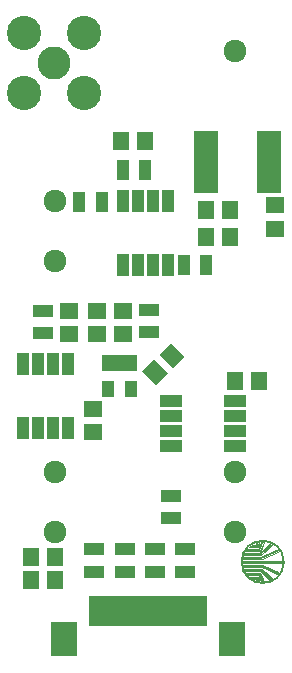
<source format=gts>
G04 #@! TF.GenerationSoftware,KiCad,Pcbnew,(2017-06-25 revision 6a3c1720b)-makepkg*
G04 #@! TF.CreationDate,2017-08-03T12:33:03-04:00*
G04 #@! TF.ProjectId,pmt-transimpedance-amplifier_small_con,706D742D7472616E73696D706564616E,rev?*
G04 #@! TF.SameCoordinates,Original
G04 #@! TF.FileFunction,Soldermask,Top*
G04 #@! TF.FilePolarity,Negative*
%FSLAX46Y46*%
G04 Gerber Fmt 4.6, Leading zero omitted, Abs format (unit mm)*
G04 Created by KiCad (PCBNEW (2017-06-25 revision 6a3c1720b)-makepkg) date 08/03/17 12:33:03*
%MOMM*%
%LPD*%
G01*
G04 APERTURE LIST*
%ADD10C,0.100000*%
%ADD11C,0.150000*%
%ADD12C,0.050000*%
%ADD13C,0.200000*%
%ADD14C,0.250000*%
%ADD15R,2.200000X3.000000*%
%ADD16R,1.000000X2.600000*%
%ADD17R,1.700000X1.100000*%
%ADD18C,1.924000*%
%ADD19R,1.000000X1.950000*%
%ADD20R,1.950000X1.000000*%
%ADD21R,1.400000X1.650000*%
%ADD22R,1.100000X1.700000*%
%ADD23R,1.050000X1.460000*%
%ADD24C,2.800000*%
%ADD25C,2.900000*%
%ADD26C,1.400000*%
%ADD27R,2.000000X0.810000*%
%ADD28R,1.650000X1.400000*%
G04 APERTURE END LIST*
D10*
D11*
X225743536Y-115100000D02*
G75*
G03X225743536Y-115100000I-1783536J0D01*
G01*
D10*
X223230000Y-116490000D02*
X222910000Y-116410000D01*
X223590000Y-116710000D02*
X223510000Y-116620000D01*
X224030000Y-116760000D02*
X223850000Y-116640000D01*
X222770000Y-116160000D02*
X222550000Y-116050000D01*
D12*
X224800000Y-116570000D02*
X224630000Y-116560000D01*
X222480000Y-115850000D02*
X222340000Y-115710000D01*
X222300000Y-115560000D02*
X222250000Y-115340000D01*
X225410000Y-116030000D02*
X225300000Y-116170000D01*
X225320000Y-114070000D02*
X225430000Y-114190000D01*
X225710000Y-115010000D02*
X225710000Y-115210000D01*
D10*
X222250000Y-114850000D02*
X222400000Y-114750000D01*
X222350000Y-114500000D02*
X222530000Y-114400000D01*
X224640000Y-113650000D02*
X224780000Y-113630000D01*
D12*
X222590000Y-114180000D02*
X222790000Y-114000000D01*
X222550000Y-114180000D02*
X222740000Y-113980000D01*
X222510000Y-114180000D02*
X222700000Y-113971142D01*
X223820000Y-113470000D02*
X224050000Y-113440000D01*
X224050084Y-113411528D02*
X223750000Y-114149572D01*
D10*
X222980000Y-113750000D02*
X223282153Y-113756280D01*
X222890000Y-113810000D02*
X223192153Y-113816280D01*
D13*
X223100000Y-113730000D02*
X223402153Y-113736280D01*
X223460000Y-113770000D02*
X223470000Y-113570000D01*
X223530000Y-113750000D02*
X223540000Y-113550000D01*
X223187847Y-113733720D02*
X223490000Y-113740000D01*
D12*
X223090000Y-113630000D02*
X223400000Y-113630000D01*
X223130000Y-116590000D02*
X222810000Y-116380000D01*
X223610000Y-116420000D02*
X223630000Y-116470000D01*
X225451097Y-116030000D02*
X225310000Y-116220000D01*
X222670000Y-116250000D02*
X222480000Y-116020000D01*
X224070000Y-116790000D02*
X223810000Y-116790000D01*
X222300000Y-115690000D02*
X223800000Y-115690000D01*
X224613026Y-113525075D02*
X224840117Y-113622399D01*
X224840117Y-113622399D02*
X223830000Y-114540000D01*
X225460000Y-114180000D02*
X223900000Y-114880000D01*
X223390000Y-116590000D02*
X223130000Y-116590000D01*
X222210000Y-115340000D02*
X223920000Y-115340000D01*
X223630000Y-116760000D02*
X223390000Y-116700000D01*
D14*
X223521687Y-116492528D02*
X223510000Y-116620000D01*
X223777653Y-115793547D02*
X224630000Y-116550000D01*
D12*
X223390000Y-116700000D02*
X223390000Y-116590000D01*
X224830000Y-116580000D02*
X224600000Y-116690000D01*
X225750000Y-115000000D02*
X225750000Y-115220000D01*
D14*
X223140000Y-116480000D02*
X223500000Y-116480000D01*
X223684127Y-116143045D02*
X223890000Y-116680000D01*
D12*
X223610000Y-116250000D02*
X222670000Y-116250000D01*
X224600000Y-116690000D02*
X223740000Y-115910000D01*
X222260000Y-115560000D02*
X222210000Y-115340000D01*
D14*
X223900714Y-115448976D02*
X225280000Y-116080000D01*
D13*
X223850000Y-114770000D02*
X225320000Y-114120000D01*
X223770000Y-114450000D02*
X224660000Y-113640000D01*
D12*
X222300000Y-114540000D02*
X222390000Y-114310000D01*
X223870000Y-115560000D02*
X222260000Y-115560000D01*
X223742513Y-114314483D02*
X224613026Y-113525075D01*
X223820000Y-114660000D02*
X225330000Y-114000000D01*
D13*
X222440000Y-114420000D02*
X223802266Y-114430036D01*
X223664438Y-114090386D02*
X223910000Y-113500000D01*
D12*
X222200000Y-115220000D02*
X222200000Y-115000000D01*
X223890000Y-114880000D02*
X222200000Y-114880000D01*
X223810000Y-116790000D02*
X223610000Y-116250000D01*
D14*
X222710000Y-116130000D02*
X223680000Y-116140000D01*
X222470000Y-115800000D02*
X223777653Y-115793547D01*
D12*
X222200000Y-114880000D02*
X222250000Y-114660000D01*
X225330000Y-114000000D02*
X225460000Y-114180000D01*
X222810000Y-116380000D02*
X223530000Y-116380000D01*
X223830000Y-114540000D02*
X222300000Y-114540000D01*
X223540000Y-116380000D02*
X223610000Y-116420000D01*
X223800000Y-116090000D02*
X224070000Y-116790000D01*
X225310000Y-116220000D02*
X223870000Y-115560000D01*
X223920000Y-115340000D02*
X225450000Y-116030000D01*
D14*
X222350000Y-115450000D02*
X223900714Y-115448976D01*
D12*
X225750000Y-115220000D02*
X222200000Y-115220000D01*
D13*
X222280000Y-115110000D02*
X225670000Y-115100000D01*
D12*
X223890000Y-115730000D02*
X224830000Y-116580000D01*
X222200000Y-115000000D02*
X225750000Y-115000000D01*
D13*
X222320000Y-114760000D02*
X223851490Y-114784449D01*
D12*
X223720000Y-116020000D02*
X223800000Y-116090000D01*
X222410000Y-115910000D02*
X222300000Y-115690000D01*
X223800000Y-115690000D02*
X223890000Y-115730000D01*
D13*
X222700000Y-114090000D02*
X223664438Y-114090386D01*
D12*
X222480000Y-116020000D02*
X223720000Y-116020000D01*
X223630000Y-116470000D02*
X223630000Y-116760000D01*
X223740000Y-115910000D02*
X222410000Y-115910000D01*
X222250000Y-114660000D02*
X223810000Y-114660000D01*
X222390000Y-114310000D02*
X223730000Y-114310000D01*
X223620000Y-113970000D02*
X223829023Y-113411528D01*
X223553266Y-113849488D02*
X222785483Y-113849488D01*
X223720000Y-114190000D02*
X222470000Y-114190000D01*
X224085852Y-113411528D02*
X223785768Y-114149572D01*
X222785483Y-113849488D02*
X223090000Y-113630000D01*
X223599429Y-113819929D02*
X223553266Y-113849488D01*
X222660000Y-113970000D02*
X223600000Y-113970000D01*
X222470000Y-114190000D02*
X222655723Y-113971142D01*
X223829023Y-113411528D02*
X224085852Y-113411528D01*
X223785768Y-114149572D02*
X223726292Y-114187420D01*
X223623555Y-113768385D02*
X223599429Y-113819929D01*
X223390000Y-113620000D02*
X223391058Y-113503446D01*
X223391058Y-113503446D02*
X223623555Y-113438563D01*
X223623555Y-113438563D02*
X223623555Y-113768385D01*
D15*
X221350000Y-121650000D03*
X207150000Y-121650000D03*
D16*
X209750000Y-119250000D03*
X210750000Y-119250000D03*
X211750000Y-119250000D03*
X212750000Y-119250000D03*
X213750000Y-119250000D03*
X214750000Y-119250000D03*
X215750000Y-119250000D03*
X216750000Y-119250000D03*
X217750000Y-119250000D03*
X218750000Y-119250000D03*
D17*
X216175000Y-111425000D03*
X216175000Y-109525000D03*
D18*
X206350000Y-112540000D03*
X221590000Y-112540000D03*
X221590000Y-107460000D03*
X206350000Y-107460000D03*
X206350000Y-89660000D03*
X206350000Y-84580000D03*
X221590000Y-71880000D03*
D19*
X203645000Y-103725000D03*
X204915000Y-103725000D03*
X206185000Y-103725000D03*
X207455000Y-103725000D03*
X207455000Y-98325000D03*
X206185000Y-98325000D03*
X204915000Y-98325000D03*
X203645000Y-98325000D03*
D20*
X221600000Y-101475000D03*
X221600000Y-102745000D03*
X221600000Y-104015000D03*
X221600000Y-105285000D03*
X216200000Y-105285000D03*
X216200000Y-104015000D03*
X216200000Y-102745000D03*
X216200000Y-101475000D03*
D17*
X217375000Y-114050000D03*
X217375000Y-115950000D03*
D21*
X204375000Y-116625000D03*
X206375000Y-116625000D03*
X206350000Y-114675000D03*
X204350000Y-114675000D03*
D17*
X212325000Y-115950000D03*
X212325000Y-114050000D03*
X209700000Y-115950000D03*
X209700000Y-114050000D03*
D22*
X208450000Y-84600000D03*
X210350000Y-84600000D03*
D17*
X205325000Y-95725000D03*
X205325000Y-93825000D03*
D23*
X212775000Y-100450000D03*
X210875000Y-100450000D03*
X210875000Y-98250000D03*
X211825000Y-98250000D03*
X212775000Y-98250000D03*
D24*
X206300000Y-72875000D03*
D25*
X203760000Y-70335000D03*
X208840000Y-70335000D03*
X208840000Y-75415000D03*
X203760000Y-75415000D03*
D21*
X221197905Y-85325095D03*
X219197905Y-85325095D03*
X221625000Y-99800000D03*
X223625000Y-99800000D03*
D26*
X214850000Y-99050000D03*
D10*
G36*
X214761612Y-97971662D02*
X215928338Y-99138388D01*
X214938388Y-100128338D01*
X213771662Y-98961612D01*
X214761612Y-97971662D01*
X214761612Y-97971662D01*
G37*
D26*
X216264214Y-97635786D03*
D10*
G36*
X216175826Y-96557448D02*
X217342552Y-97724174D01*
X216352602Y-98714124D01*
X215185876Y-97547398D01*
X216175826Y-96557448D01*
X216175826Y-96557448D01*
G37*
D27*
X219191400Y-79030000D03*
X219191400Y-79665000D03*
X219191400Y-80300000D03*
X219191400Y-80935000D03*
X219191400Y-81570000D03*
X219191400Y-82205000D03*
X219191400Y-82840000D03*
X219191400Y-83475000D03*
X224500000Y-83475000D03*
X224500000Y-82840000D03*
X224500000Y-82205000D03*
X224500000Y-81570000D03*
X224500000Y-80935000D03*
X224500000Y-80300000D03*
X224500000Y-79665000D03*
X224500000Y-79030000D03*
D28*
X225025000Y-86925000D03*
X225025000Y-84925000D03*
D22*
X212100000Y-81900000D03*
X214000000Y-81900000D03*
D21*
X219197905Y-87600095D03*
X221197905Y-87600095D03*
X212000000Y-79475000D03*
X214000000Y-79475000D03*
D17*
X214850000Y-114050000D03*
X214850000Y-115950000D03*
D19*
X212118000Y-89954000D03*
X213388000Y-89954000D03*
X214658000Y-89954000D03*
X215928000Y-89954000D03*
X215928000Y-84554000D03*
X214658000Y-84554000D03*
X213388000Y-84554000D03*
X212118000Y-84554000D03*
D28*
X209575000Y-102125000D03*
X209575000Y-104125000D03*
X207600000Y-95825000D03*
X207600000Y-93825000D03*
D22*
X217275000Y-89950000D03*
X219175000Y-89950000D03*
D28*
X209900000Y-95825000D03*
X209900000Y-93825000D03*
X212125000Y-95825000D03*
X212125000Y-93825000D03*
D17*
X214325000Y-95675000D03*
X214325000Y-93775000D03*
M02*

</source>
